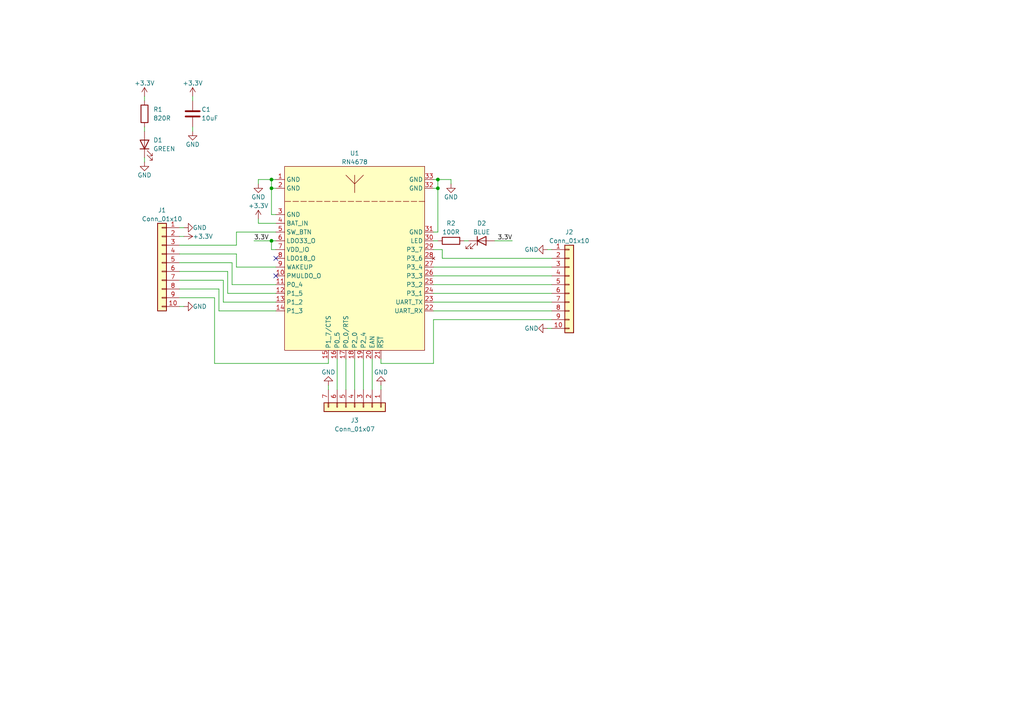
<source format=kicad_sch>
(kicad_sch (version 20230121) (generator eeschema)

  (uuid 540ba83f-3403-4006-b70e-24d5bead24e1)

  (paper "A4")

  (lib_symbols
    (symbol "Bluetooth:RN4678" (in_bom yes) (on_board yes)
      (property "Reference" "U" (at 0 30.48 0)
        (effects (font (size 1.27 1.27)))
      )
      (property "Value" "RN4678" (at 0 27.94 0)
        (effects (font (size 1.27 1.27)))
      )
      (property "Footprint" "Bluetooth:RN4678" (at 12.7 30.48 0)
        (effects (font (size 1.27 1.27)) hide)
      )
      (property "Datasheet" "" (at 12.7 30.48 0)
        (effects (font (size 1.27 1.27)) hide)
      )
      (symbol "RN4678_0_1"
        (polyline
          (pts
            (xy 0 19.05)
            (xy 0 24.13)
          )
          (stroke (width 0) (type default))
          (fill (type none))
        )
        (polyline
          (pts
            (xy 2.54 24.13)
            (xy 0 21.59)
            (xy -2.54 24.13)
          )
          (stroke (width 0) (type default))
          (fill (type none))
        )
      )
      (symbol "RN4678_1_1"
        (rectangle (start -20.32 26.67) (end 20.32 -26.67)
          (stroke (width 0) (type default))
          (fill (type background))
        )
        (polyline
          (pts
            (xy 20.32 16.51)
            (xy -20.32 16.51)
          )
          (stroke (width 0) (type dash))
          (fill (type none))
        )
        (pin power_in line (at -22.86 22.86 0) (length 2.54)
          (name "GND" (effects (font (size 1.27 1.27))))
          (number "1" (effects (font (size 1.27 1.27))))
        )
        (pin power_out line (at -22.86 -5.08 0) (length 2.54)
          (name "PMULDO_O" (effects (font (size 1.27 1.27))))
          (number "10" (effects (font (size 1.27 1.27))))
        )
        (pin output line (at -22.86 -7.62 0) (length 2.54)
          (name "P0_4" (effects (font (size 1.27 1.27))))
          (number "11" (effects (font (size 1.27 1.27))))
        )
        (pin output line (at -22.86 -10.16 0) (length 2.54)
          (name "P1_5" (effects (font (size 1.27 1.27))))
          (number "12" (effects (font (size 1.27 1.27))))
        )
        (pin output line (at -22.86 -12.7 0) (length 2.54)
          (name "P1_2" (effects (font (size 1.27 1.27))))
          (number "13" (effects (font (size 1.27 1.27))))
        )
        (pin bidirectional line (at -22.86 -15.24 0) (length 2.54)
          (name "P1_3" (effects (font (size 1.27 1.27))))
          (number "14" (effects (font (size 1.27 1.27))))
        )
        (pin bidirectional line (at -7.62 -29.21 90) (length 2.54)
          (name "P1_7/CTS" (effects (font (size 1.27 1.27))))
          (number "15" (effects (font (size 1.27 1.27))))
        )
        (pin bidirectional line (at -5.08 -29.21 90) (length 2.54)
          (name "P0_5" (effects (font (size 1.27 1.27))))
          (number "16" (effects (font (size 1.27 1.27))))
        )
        (pin bidirectional line (at -2.54 -29.21 90) (length 2.54)
          (name "P0_0/RTS" (effects (font (size 1.27 1.27))))
          (number "17" (effects (font (size 1.27 1.27))))
        )
        (pin input line (at 0 -29.21 90) (length 2.54)
          (name "P2_0" (effects (font (size 1.27 1.27))))
          (number "18" (effects (font (size 1.27 1.27))))
        )
        (pin input line (at 2.54 -29.21 90) (length 2.54)
          (name "P2_4" (effects (font (size 1.27 1.27))))
          (number "19" (effects (font (size 1.27 1.27))))
        )
        (pin power_in line (at -22.86 20.32 0) (length 2.54)
          (name "GND" (effects (font (size 1.27 1.27))))
          (number "2" (effects (font (size 1.27 1.27))))
        )
        (pin input line (at 5.08 -29.21 90) (length 2.54)
          (name "EAN" (effects (font (size 1.27 1.27))))
          (number "20" (effects (font (size 1.27 1.27))))
        )
        (pin input line (at 7.62 -29.21 90) (length 2.54)
          (name "~{RST}" (effects (font (size 1.27 1.27))))
          (number "21" (effects (font (size 1.27 1.27))))
        )
        (pin input line (at 22.86 -15.24 180) (length 2.54)
          (name "UART_RX" (effects (font (size 1.27 1.27))))
          (number "22" (effects (font (size 1.27 1.27))))
        )
        (pin output line (at 22.86 -12.7 180) (length 2.54)
          (name "UART_TX" (effects (font (size 1.27 1.27))))
          (number "23" (effects (font (size 1.27 1.27))))
        )
        (pin bidirectional line (at 22.86 -10.16 180) (length 2.54)
          (name "P3_1" (effects (font (size 1.27 1.27))))
          (number "24" (effects (font (size 1.27 1.27))))
        )
        (pin bidirectional line (at 22.86 -7.62 180) (length 2.54)
          (name "P3_2" (effects (font (size 1.27 1.27))))
          (number "25" (effects (font (size 1.27 1.27))))
        )
        (pin bidirectional line (at 22.86 -5.08 180) (length 2.54)
          (name "P3_3" (effects (font (size 1.27 1.27))))
          (number "26" (effects (font (size 1.27 1.27))))
        )
        (pin bidirectional line (at 22.86 -2.54 180) (length 2.54)
          (name "P3_4" (effects (font (size 1.27 1.27))))
          (number "27" (effects (font (size 1.27 1.27))))
        )
        (pin no_connect line (at 22.86 0 180) (length 2.54)
          (name "P3_6" (effects (font (size 1.27 1.27))))
          (number "28" (effects (font (size 1.27 1.27))))
        )
        (pin bidirectional line (at 22.86 2.54 180) (length 2.54)
          (name "P3_7" (effects (font (size 1.27 1.27))))
          (number "29" (effects (font (size 1.27 1.27))))
        )
        (pin power_in line (at -22.86 12.7 0) (length 2.54)
          (name "GND" (effects (font (size 1.27 1.27))))
          (number "3" (effects (font (size 1.27 1.27))))
        )
        (pin output line (at 22.86 5.08 180) (length 2.54)
          (name "LED" (effects (font (size 1.27 1.27))))
          (number "30" (effects (font (size 1.27 1.27))))
        )
        (pin power_in line (at 22.86 7.62 180) (length 2.54)
          (name "GND" (effects (font (size 1.27 1.27))))
          (number "31" (effects (font (size 1.27 1.27))))
        )
        (pin power_in line (at 22.86 20.32 180) (length 2.54)
          (name "GND" (effects (font (size 1.27 1.27))))
          (number "32" (effects (font (size 1.27 1.27))))
        )
        (pin power_in line (at 22.86 22.86 180) (length 2.54)
          (name "GND" (effects (font (size 1.27 1.27))))
          (number "33" (effects (font (size 1.27 1.27))))
        )
        (pin power_in line (at -22.86 10.16 0) (length 2.54)
          (name "BAT_IN" (effects (font (size 1.27 1.27))))
          (number "4" (effects (font (size 1.27 1.27))))
        )
        (pin input line (at -22.86 7.62 0) (length 2.54)
          (name "SW_BTN" (effects (font (size 1.27 1.27))))
          (number "5" (effects (font (size 1.27 1.27))))
        )
        (pin power_out line (at -22.86 5.08 0) (length 2.54)
          (name "LDO33_O" (effects (font (size 1.27 1.27))))
          (number "6" (effects (font (size 1.27 1.27))))
        )
        (pin power_in line (at -22.86 2.54 0) (length 2.54)
          (name "VDD_IO" (effects (font (size 1.27 1.27))))
          (number "7" (effects (font (size 1.27 1.27))))
        )
        (pin power_out line (at -22.86 0 0) (length 2.54)
          (name "LDO18_O" (effects (font (size 1.27 1.27))))
          (number "8" (effects (font (size 1.27 1.27))))
        )
        (pin input line (at -22.86 -2.54 0) (length 2.54)
          (name "WAKEUP" (effects (font (size 1.27 1.27))))
          (number "9" (effects (font (size 1.27 1.27))))
        )
      )
    )
    (symbol "Connector_Generic:Conn_01x07" (pin_names (offset 1.016) hide) (in_bom yes) (on_board yes)
      (property "Reference" "J" (at 0 10.16 0)
        (effects (font (size 1.27 1.27)))
      )
      (property "Value" "Conn_01x07" (at 0 -10.16 0)
        (effects (font (size 1.27 1.27)))
      )
      (property "Footprint" "" (at 0 0 0)
        (effects (font (size 1.27 1.27)) hide)
      )
      (property "Datasheet" "~" (at 0 0 0)
        (effects (font (size 1.27 1.27)) hide)
      )
      (property "ki_keywords" "connector" (at 0 0 0)
        (effects (font (size 1.27 1.27)) hide)
      )
      (property "ki_description" "Generic connector, single row, 01x07, script generated (kicad-library-utils/schlib/autogen/connector/)" (at 0 0 0)
        (effects (font (size 1.27 1.27)) hide)
      )
      (property "ki_fp_filters" "Connector*:*_1x??_*" (at 0 0 0)
        (effects (font (size 1.27 1.27)) hide)
      )
      (symbol "Conn_01x07_1_1"
        (rectangle (start -1.27 -7.493) (end 0 -7.747)
          (stroke (width 0.1524) (type default))
          (fill (type none))
        )
        (rectangle (start -1.27 -4.953) (end 0 -5.207)
          (stroke (width 0.1524) (type default))
          (fill (type none))
        )
        (rectangle (start -1.27 -2.413) (end 0 -2.667)
          (stroke (width 0.1524) (type default))
          (fill (type none))
        )
        (rectangle (start -1.27 0.127) (end 0 -0.127)
          (stroke (width 0.1524) (type default))
          (fill (type none))
        )
        (rectangle (start -1.27 2.667) (end 0 2.413)
          (stroke (width 0.1524) (type default))
          (fill (type none))
        )
        (rectangle (start -1.27 5.207) (end 0 4.953)
          (stroke (width 0.1524) (type default))
          (fill (type none))
        )
        (rectangle (start -1.27 7.747) (end 0 7.493)
          (stroke (width 0.1524) (type default))
          (fill (type none))
        )
        (rectangle (start -1.27 8.89) (end 1.27 -8.89)
          (stroke (width 0.254) (type default))
          (fill (type background))
        )
        (pin passive line (at -5.08 7.62 0) (length 3.81)
          (name "Pin_1" (effects (font (size 1.27 1.27))))
          (number "1" (effects (font (size 1.27 1.27))))
        )
        (pin passive line (at -5.08 5.08 0) (length 3.81)
          (name "Pin_2" (effects (font (size 1.27 1.27))))
          (number "2" (effects (font (size 1.27 1.27))))
        )
        (pin passive line (at -5.08 2.54 0) (length 3.81)
          (name "Pin_3" (effects (font (size 1.27 1.27))))
          (number "3" (effects (font (size 1.27 1.27))))
        )
        (pin passive line (at -5.08 0 0) (length 3.81)
          (name "Pin_4" (effects (font (size 1.27 1.27))))
          (number "4" (effects (font (size 1.27 1.27))))
        )
        (pin passive line (at -5.08 -2.54 0) (length 3.81)
          (name "Pin_5" (effects (font (size 1.27 1.27))))
          (number "5" (effects (font (size 1.27 1.27))))
        )
        (pin passive line (at -5.08 -5.08 0) (length 3.81)
          (name "Pin_6" (effects (font (size 1.27 1.27))))
          (number "6" (effects (font (size 1.27 1.27))))
        )
        (pin passive line (at -5.08 -7.62 0) (length 3.81)
          (name "Pin_7" (effects (font (size 1.27 1.27))))
          (number "7" (effects (font (size 1.27 1.27))))
        )
      )
    )
    (symbol "Connector_Generic:Conn_01x10" (pin_names (offset 1.016) hide) (in_bom yes) (on_board yes)
      (property "Reference" "J" (at 0 12.7 0)
        (effects (font (size 1.27 1.27)))
      )
      (property "Value" "Conn_01x10" (at 0 -15.24 0)
        (effects (font (size 1.27 1.27)))
      )
      (property "Footprint" "" (at 0 0 0)
        (effects (font (size 1.27 1.27)) hide)
      )
      (property "Datasheet" "~" (at 0 0 0)
        (effects (font (size 1.27 1.27)) hide)
      )
      (property "ki_keywords" "connector" (at 0 0 0)
        (effects (font (size 1.27 1.27)) hide)
      )
      (property "ki_description" "Generic connector, single row, 01x10, script generated (kicad-library-utils/schlib/autogen/connector/)" (at 0 0 0)
        (effects (font (size 1.27 1.27)) hide)
      )
      (property "ki_fp_filters" "Connector*:*_1x??_*" (at 0 0 0)
        (effects (font (size 1.27 1.27)) hide)
      )
      (symbol "Conn_01x10_1_1"
        (rectangle (start -1.27 -12.573) (end 0 -12.827)
          (stroke (width 0.1524) (type default))
          (fill (type none))
        )
        (rectangle (start -1.27 -10.033) (end 0 -10.287)
          (stroke (width 0.1524) (type default))
          (fill (type none))
        )
        (rectangle (start -1.27 -7.493) (end 0 -7.747)
          (stroke (width 0.1524) (type default))
          (fill (type none))
        )
        (rectangle (start -1.27 -4.953) (end 0 -5.207)
          (stroke (width 0.1524) (type default))
          (fill (type none))
        )
        (rectangle (start -1.27 -2.413) (end 0 -2.667)
          (stroke (width 0.1524) (type default))
          (fill (type none))
        )
        (rectangle (start -1.27 0.127) (end 0 -0.127)
          (stroke (width 0.1524) (type default))
          (fill (type none))
        )
        (rectangle (start -1.27 2.667) (end 0 2.413)
          (stroke (width 0.1524) (type default))
          (fill (type none))
        )
        (rectangle (start -1.27 5.207) (end 0 4.953)
          (stroke (width 0.1524) (type default))
          (fill (type none))
        )
        (rectangle (start -1.27 7.747) (end 0 7.493)
          (stroke (width 0.1524) (type default))
          (fill (type none))
        )
        (rectangle (start -1.27 10.287) (end 0 10.033)
          (stroke (width 0.1524) (type default))
          (fill (type none))
        )
        (rectangle (start -1.27 11.43) (end 1.27 -13.97)
          (stroke (width 0.254) (type default))
          (fill (type background))
        )
        (pin passive line (at -5.08 10.16 0) (length 3.81)
          (name "Pin_1" (effects (font (size 1.27 1.27))))
          (number "1" (effects (font (size 1.27 1.27))))
        )
        (pin passive line (at -5.08 -12.7 0) (length 3.81)
          (name "Pin_10" (effects (font (size 1.27 1.27))))
          (number "10" (effects (font (size 1.27 1.27))))
        )
        (pin passive line (at -5.08 7.62 0) (length 3.81)
          (name "Pin_2" (effects (font (size 1.27 1.27))))
          (number "2" (effects (font (size 1.27 1.27))))
        )
        (pin passive line (at -5.08 5.08 0) (length 3.81)
          (name "Pin_3" (effects (font (size 1.27 1.27))))
          (number "3" (effects (font (size 1.27 1.27))))
        )
        (pin passive line (at -5.08 2.54 0) (length 3.81)
          (name "Pin_4" (effects (font (size 1.27 1.27))))
          (number "4" (effects (font (size 1.27 1.27))))
        )
        (pin passive line (at -5.08 0 0) (length 3.81)
          (name "Pin_5" (effects (font (size 1.27 1.27))))
          (number "5" (effects (font (size 1.27 1.27))))
        )
        (pin passive line (at -5.08 -2.54 0) (length 3.81)
          (name "Pin_6" (effects (font (size 1.27 1.27))))
          (number "6" (effects (font (size 1.27 1.27))))
        )
        (pin passive line (at -5.08 -5.08 0) (length 3.81)
          (name "Pin_7" (effects (font (size 1.27 1.27))))
          (number "7" (effects (font (size 1.27 1.27))))
        )
        (pin passive line (at -5.08 -7.62 0) (length 3.81)
          (name "Pin_8" (effects (font (size 1.27 1.27))))
          (number "8" (effects (font (size 1.27 1.27))))
        )
        (pin passive line (at -5.08 -10.16 0) (length 3.81)
          (name "Pin_9" (effects (font (size 1.27 1.27))))
          (number "9" (effects (font (size 1.27 1.27))))
        )
      )
    )
    (symbol "Device:C" (pin_numbers hide) (pin_names (offset 0.254)) (in_bom yes) (on_board yes)
      (property "Reference" "C" (at 0.635 2.54 0)
        (effects (font (size 1.27 1.27)) (justify left))
      )
      (property "Value" "C" (at 0.635 -2.54 0)
        (effects (font (size 1.27 1.27)) (justify left))
      )
      (property "Footprint" "" (at 0.9652 -3.81 0)
        (effects (font (size 1.27 1.27)) hide)
      )
      (property "Datasheet" "~" (at 0 0 0)
        (effects (font (size 1.27 1.27)) hide)
      )
      (property "ki_keywords" "cap capacitor" (at 0 0 0)
        (effects (font (size 1.27 1.27)) hide)
      )
      (property "ki_description" "Unpolarized capacitor" (at 0 0 0)
        (effects (font (size 1.27 1.27)) hide)
      )
      (property "ki_fp_filters" "C_*" (at 0 0 0)
        (effects (font (size 1.27 1.27)) hide)
      )
      (symbol "C_0_1"
        (polyline
          (pts
            (xy -2.032 -0.762)
            (xy 2.032 -0.762)
          )
          (stroke (width 0.508) (type default))
          (fill (type none))
        )
        (polyline
          (pts
            (xy -2.032 0.762)
            (xy 2.032 0.762)
          )
          (stroke (width 0.508) (type default))
          (fill (type none))
        )
      )
      (symbol "C_1_1"
        (pin passive line (at 0 3.81 270) (length 2.794)
          (name "~" (effects (font (size 1.27 1.27))))
          (number "1" (effects (font (size 1.27 1.27))))
        )
        (pin passive line (at 0 -3.81 90) (length 2.794)
          (name "~" (effects (font (size 1.27 1.27))))
          (number "2" (effects (font (size 1.27 1.27))))
        )
      )
    )
    (symbol "Device:LED" (pin_numbers hide) (pin_names (offset 1.016) hide) (in_bom yes) (on_board yes)
      (property "Reference" "D" (at 0 2.54 0)
        (effects (font (size 1.27 1.27)))
      )
      (property "Value" "LED" (at 0 -2.54 0)
        (effects (font (size 1.27 1.27)))
      )
      (property "Footprint" "" (at 0 0 0)
        (effects (font (size 1.27 1.27)) hide)
      )
      (property "Datasheet" "~" (at 0 0 0)
        (effects (font (size 1.27 1.27)) hide)
      )
      (property "ki_keywords" "LED diode" (at 0 0 0)
        (effects (font (size 1.27 1.27)) hide)
      )
      (property "ki_description" "Light emitting diode" (at 0 0 0)
        (effects (font (size 1.27 1.27)) hide)
      )
      (property "ki_fp_filters" "LED* LED_SMD:* LED_THT:*" (at 0 0 0)
        (effects (font (size 1.27 1.27)) hide)
      )
      (symbol "LED_0_1"
        (polyline
          (pts
            (xy -1.27 -1.27)
            (xy -1.27 1.27)
          )
          (stroke (width 0.254) (type default))
          (fill (type none))
        )
        (polyline
          (pts
            (xy -1.27 0)
            (xy 1.27 0)
          )
          (stroke (width 0) (type default))
          (fill (type none))
        )
        (polyline
          (pts
            (xy 1.27 -1.27)
            (xy 1.27 1.27)
            (xy -1.27 0)
            (xy 1.27 -1.27)
          )
          (stroke (width 0.254) (type default))
          (fill (type none))
        )
        (polyline
          (pts
            (xy -3.048 -0.762)
            (xy -4.572 -2.286)
            (xy -3.81 -2.286)
            (xy -4.572 -2.286)
            (xy -4.572 -1.524)
          )
          (stroke (width 0) (type default))
          (fill (type none))
        )
        (polyline
          (pts
            (xy -1.778 -0.762)
            (xy -3.302 -2.286)
            (xy -2.54 -2.286)
            (xy -3.302 -2.286)
            (xy -3.302 -1.524)
          )
          (stroke (width 0) (type default))
          (fill (type none))
        )
      )
      (symbol "LED_1_1"
        (pin passive line (at -3.81 0 0) (length 2.54)
          (name "K" (effects (font (size 1.27 1.27))))
          (number "1" (effects (font (size 1.27 1.27))))
        )
        (pin passive line (at 3.81 0 180) (length 2.54)
          (name "A" (effects (font (size 1.27 1.27))))
          (number "2" (effects (font (size 1.27 1.27))))
        )
      )
    )
    (symbol "Device:R" (pin_numbers hide) (pin_names (offset 0)) (in_bom yes) (on_board yes)
      (property "Reference" "R" (at 2.032 0 90)
        (effects (font (size 1.27 1.27)))
      )
      (property "Value" "R" (at 0 0 90)
        (effects (font (size 1.27 1.27)))
      )
      (property "Footprint" "" (at -1.778 0 90)
        (effects (font (size 1.27 1.27)) hide)
      )
      (property "Datasheet" "~" (at 0 0 0)
        (effects (font (size 1.27 1.27)) hide)
      )
      (property "ki_keywords" "R res resistor" (at 0 0 0)
        (effects (font (size 1.27 1.27)) hide)
      )
      (property "ki_description" "Resistor" (at 0 0 0)
        (effects (font (size 1.27 1.27)) hide)
      )
      (property "ki_fp_filters" "R_*" (at 0 0 0)
        (effects (font (size 1.27 1.27)) hide)
      )
      (symbol "R_0_1"
        (rectangle (start -1.016 -2.54) (end 1.016 2.54)
          (stroke (width 0.254) (type default))
          (fill (type none))
        )
      )
      (symbol "R_1_1"
        (pin passive line (at 0 3.81 270) (length 1.27)
          (name "~" (effects (font (size 1.27 1.27))))
          (number "1" (effects (font (size 1.27 1.27))))
        )
        (pin passive line (at 0 -3.81 90) (length 1.27)
          (name "~" (effects (font (size 1.27 1.27))))
          (number "2" (effects (font (size 1.27 1.27))))
        )
      )
    )
    (symbol "power:+3.3V" (power) (pin_names (offset 0)) (in_bom yes) (on_board yes)
      (property "Reference" "#PWR" (at 0 -3.81 0)
        (effects (font (size 1.27 1.27)) hide)
      )
      (property "Value" "+3.3V" (at 0 3.556 0)
        (effects (font (size 1.27 1.27)))
      )
      (property "Footprint" "" (at 0 0 0)
        (effects (font (size 1.27 1.27)) hide)
      )
      (property "Datasheet" "" (at 0 0 0)
        (effects (font (size 1.27 1.27)) hide)
      )
      (property "ki_keywords" "global power" (at 0 0 0)
        (effects (font (size 1.27 1.27)) hide)
      )
      (property "ki_description" "Power symbol creates a global label with name \"+3.3V\"" (at 0 0 0)
        (effects (font (size 1.27 1.27)) hide)
      )
      (symbol "+3.3V_0_1"
        (polyline
          (pts
            (xy -0.762 1.27)
            (xy 0 2.54)
          )
          (stroke (width 0) (type default))
          (fill (type none))
        )
        (polyline
          (pts
            (xy 0 0)
            (xy 0 2.54)
          )
          (stroke (width 0) (type default))
          (fill (type none))
        )
        (polyline
          (pts
            (xy 0 2.54)
            (xy 0.762 1.27)
          )
          (stroke (width 0) (type default))
          (fill (type none))
        )
      )
      (symbol "+3.3V_1_1"
        (pin power_in line (at 0 0 90) (length 0) hide
          (name "+3.3V" (effects (font (size 1.27 1.27))))
          (number "1" (effects (font (size 1.27 1.27))))
        )
      )
    )
    (symbol "power:GND" (power) (pin_names (offset 0)) (in_bom yes) (on_board yes)
      (property "Reference" "#PWR" (at 0 -6.35 0)
        (effects (font (size 1.27 1.27)) hide)
      )
      (property "Value" "GND" (at 0 -3.81 0)
        (effects (font (size 1.27 1.27)))
      )
      (property "Footprint" "" (at 0 0 0)
        (effects (font (size 1.27 1.27)) hide)
      )
      (property "Datasheet" "" (at 0 0 0)
        (effects (font (size 1.27 1.27)) hide)
      )
      (property "ki_keywords" "global power" (at 0 0 0)
        (effects (font (size 1.27 1.27)) hide)
      )
      (property "ki_description" "Power symbol creates a global label with name \"GND\" , ground" (at 0 0 0)
        (effects (font (size 1.27 1.27)) hide)
      )
      (symbol "GND_0_1"
        (polyline
          (pts
            (xy 0 0)
            (xy 0 -1.27)
            (xy 1.27 -1.27)
            (xy 0 -2.54)
            (xy -1.27 -1.27)
            (xy 0 -1.27)
          )
          (stroke (width 0) (type default))
          (fill (type none))
        )
      )
      (symbol "GND_1_1"
        (pin power_in line (at 0 0 270) (length 0) hide
          (name "GND" (effects (font (size 1.27 1.27))))
          (number "1" (effects (font (size 1.27 1.27))))
        )
      )
    )
  )

  (junction (at 78.74 54.61) (diameter 0) (color 0 0 0 0)
    (uuid 292fb3fd-4854-4f11-9562-e069e75a0481)
  )
  (junction (at 78.74 52.07) (diameter 0) (color 0 0 0 0)
    (uuid 29d74a63-040f-4529-825a-7768b43e75be)
  )
  (junction (at 127 54.61) (diameter 0) (color 0 0 0 0)
    (uuid 49738983-2f8a-4b14-8aed-8f3c67c7b91b)
  )
  (junction (at 127 52.07) (diameter 0) (color 0 0 0 0)
    (uuid 4e8ce099-521a-458b-9de9-816a26a4e0d9)
  )
  (junction (at 78.74 69.85) (diameter 0) (color 0 0 0 0)
    (uuid 8884ae1c-0f27-4f9d-a31a-6778db9e55e5)
  )

  (no_connect (at 80.01 80.01) (uuid 9776f761-6170-45e4-85af-c304b7e1ad86))
  (no_connect (at 80.01 74.93) (uuid cbf28b63-4a48-4870-8447-71a34866e211))

  (wire (pts (xy 67.31 82.55) (xy 80.01 82.55))
    (stroke (width 0) (type default))
    (uuid 091d384d-c167-4ad7-b5ad-01b6e97cf542)
  )
  (wire (pts (xy 80.01 72.39) (xy 78.74 72.39))
    (stroke (width 0) (type default))
    (uuid 0c3397e0-74da-44b9-92df-d78c5ed195d4)
  )
  (wire (pts (xy 125.73 69.85) (xy 127 69.85))
    (stroke (width 0) (type default))
    (uuid 0cf80c2d-8724-43ca-8214-ea36f4e2cea0)
  )
  (wire (pts (xy 128.27 72.39) (xy 128.27 74.93))
    (stroke (width 0) (type default))
    (uuid 0e204a9e-e7f2-41ed-8998-9106fd255778)
  )
  (wire (pts (xy 63.5 90.17) (xy 80.01 90.17))
    (stroke (width 0) (type default))
    (uuid 103f6245-8ba9-475c-b669-3ba288ab909d)
  )
  (wire (pts (xy 78.74 72.39) (xy 78.74 69.85))
    (stroke (width 0) (type default))
    (uuid 17164d68-4c85-4909-bdcc-6de5f3d9bc8a)
  )
  (wire (pts (xy 125.73 82.55) (xy 160.02 82.55))
    (stroke (width 0) (type default))
    (uuid 19aa1acc-621d-4099-90da-045d0da6071c)
  )
  (wire (pts (xy 67.31 76.2) (xy 67.31 82.55))
    (stroke (width 0) (type default))
    (uuid 19dd4d72-ab19-495d-9b38-2fc12f92135e)
  )
  (wire (pts (xy 134.62 69.85) (xy 135.89 69.85))
    (stroke (width 0) (type default))
    (uuid 1e985140-b765-4d20-a45b-b463ccc3f19f)
  )
  (wire (pts (xy 100.33 104.14) (xy 100.33 113.03))
    (stroke (width 0) (type default))
    (uuid 209fc1f6-cf26-42e1-9ad4-2f6b1f1285f2)
  )
  (wire (pts (xy 74.93 63.5) (xy 74.93 64.77))
    (stroke (width 0) (type default))
    (uuid 271ff3cf-accd-4f27-aba5-9af2437b1d54)
  )
  (wire (pts (xy 128.27 74.93) (xy 160.02 74.93))
    (stroke (width 0) (type default))
    (uuid 29436c6c-b9b0-4e10-b473-c3f05b7e1b50)
  )
  (wire (pts (xy 52.07 66.04) (xy 53.34 66.04))
    (stroke (width 0) (type default))
    (uuid 2f670030-ea52-4f1e-8e70-634483aa5d7a)
  )
  (wire (pts (xy 66.04 78.74) (xy 66.04 85.09))
    (stroke (width 0) (type default))
    (uuid 321ecb48-7dfd-4d7c-aa9a-be8fcf51629f)
  )
  (wire (pts (xy 74.93 52.07) (xy 78.74 52.07))
    (stroke (width 0) (type default))
    (uuid 32a6913e-bb53-4eaf-af6c-f3b3b649b594)
  )
  (wire (pts (xy 158.75 72.39) (xy 160.02 72.39))
    (stroke (width 0) (type default))
    (uuid 368aa79b-47e1-4bae-9ff1-bf633bbfcbeb)
  )
  (wire (pts (xy 125.73 85.09) (xy 160.02 85.09))
    (stroke (width 0) (type default))
    (uuid 38ef5325-5560-4859-8901-5f2b07f324f0)
  )
  (wire (pts (xy 68.58 73.66) (xy 68.58 77.47))
    (stroke (width 0) (type default))
    (uuid 3b636143-df15-4c1a-98d8-a874733f9257)
  )
  (wire (pts (xy 52.07 68.58) (xy 53.34 68.58))
    (stroke (width 0) (type default))
    (uuid 3d4df2e1-b4bb-49d0-9c1c-a648fad6cc02)
  )
  (wire (pts (xy 78.74 54.61) (xy 78.74 62.23))
    (stroke (width 0) (type default))
    (uuid 3ea0e776-0854-4dd7-9765-82f412ee8c5a)
  )
  (wire (pts (xy 74.93 64.77) (xy 80.01 64.77))
    (stroke (width 0) (type default))
    (uuid 41706e96-6e03-4fcc-b9ef-981277172d68)
  )
  (wire (pts (xy 55.88 36.83) (xy 55.88 38.1))
    (stroke (width 0) (type default))
    (uuid 43cbfb4d-86c6-405a-a2ab-046c9fed6205)
  )
  (wire (pts (xy 41.91 36.83) (xy 41.91 38.1))
    (stroke (width 0) (type default))
    (uuid 47cc4628-3a7b-4140-b412-dc19a775d03c)
  )
  (wire (pts (xy 62.23 86.36) (xy 62.23 105.41))
    (stroke (width 0) (type default))
    (uuid 48735d41-234d-4db4-80c0-f3180863f782)
  )
  (wire (pts (xy 52.07 76.2) (xy 67.31 76.2))
    (stroke (width 0) (type default))
    (uuid 560b951b-81e4-4316-abf6-b080cb4a5eec)
  )
  (wire (pts (xy 52.07 86.36) (xy 62.23 86.36))
    (stroke (width 0) (type default))
    (uuid 56705489-f9bb-4987-b4c7-a752f2bf7a8a)
  )
  (wire (pts (xy 78.74 52.07) (xy 78.74 54.61))
    (stroke (width 0) (type default))
    (uuid 570c55f9-e047-4cb8-8e28-5b30a2c3e8cd)
  )
  (wire (pts (xy 64.77 81.28) (xy 52.07 81.28))
    (stroke (width 0) (type default))
    (uuid 5f412e28-faef-43d3-8f93-1cca64249cbc)
  )
  (wire (pts (xy 110.49 111.76) (xy 110.49 113.03))
    (stroke (width 0) (type default))
    (uuid 629a3208-5f68-40a1-b521-de80d6edf5f8)
  )
  (wire (pts (xy 64.77 87.63) (xy 64.77 81.28))
    (stroke (width 0) (type default))
    (uuid 62f6257b-c927-4da2-8873-77164dbe177b)
  )
  (wire (pts (xy 55.88 27.94) (xy 55.88 29.21))
    (stroke (width 0) (type default))
    (uuid 65805d31-305c-4aab-9b93-f0a06b2589cb)
  )
  (wire (pts (xy 110.49 104.14) (xy 110.49 105.41))
    (stroke (width 0) (type default))
    (uuid 678661d6-bea3-4fae-9463-05e23680712b)
  )
  (wire (pts (xy 110.49 105.41) (xy 125.73 105.41))
    (stroke (width 0) (type default))
    (uuid 690436b4-b8f1-448e-b256-521d593e24ad)
  )
  (wire (pts (xy 95.25 104.14) (xy 95.25 105.41))
    (stroke (width 0) (type default))
    (uuid 6cd5cbd6-485d-4fde-863a-bd8f9c4dfc7c)
  )
  (wire (pts (xy 158.75 95.25) (xy 160.02 95.25))
    (stroke (width 0) (type default))
    (uuid 72d35ed6-bbc8-4ae4-903a-c5bfbd578170)
  )
  (wire (pts (xy 127 52.07) (xy 125.73 52.07))
    (stroke (width 0) (type default))
    (uuid 735d7493-a3a5-4119-9e3d-33f3b0074966)
  )
  (wire (pts (xy 102.87 104.14) (xy 102.87 113.03))
    (stroke (width 0) (type default))
    (uuid 741fa248-19b6-4989-806f-108a9eff6f5d)
  )
  (wire (pts (xy 125.73 105.41) (xy 125.73 92.71))
    (stroke (width 0) (type default))
    (uuid 74a4d42d-3d5c-47e8-b32f-9f331c1b009c)
  )
  (wire (pts (xy 52.07 78.74) (xy 66.04 78.74))
    (stroke (width 0) (type default))
    (uuid 76190067-ea9d-4e1b-8965-365d308cb635)
  )
  (wire (pts (xy 52.07 71.12) (xy 68.58 71.12))
    (stroke (width 0) (type default))
    (uuid 82067280-c82e-4f4b-91c9-50de3d3df707)
  )
  (wire (pts (xy 95.25 111.76) (xy 95.25 113.03))
    (stroke (width 0) (type default))
    (uuid 84e79c76-60f5-4bc3-861f-cf4b8863ea1c)
  )
  (wire (pts (xy 63.5 83.82) (xy 63.5 90.17))
    (stroke (width 0) (type default))
    (uuid 89cf5584-1bed-4caf-8e60-eb11b660360b)
  )
  (wire (pts (xy 52.07 83.82) (xy 63.5 83.82))
    (stroke (width 0) (type default))
    (uuid 8c332d65-6e1d-406b-b6ef-ec138f3b8c18)
  )
  (wire (pts (xy 78.74 54.61) (xy 80.01 54.61))
    (stroke (width 0) (type default))
    (uuid 98aefab1-fa67-431b-8c7d-a5f1c51ebc0a)
  )
  (wire (pts (xy 127 54.61) (xy 127 67.31))
    (stroke (width 0) (type default))
    (uuid 998f8f88-291f-4035-b3c6-1f20ac6380c0)
  )
  (wire (pts (xy 125.73 87.63) (xy 160.02 87.63))
    (stroke (width 0) (type default))
    (uuid 9d87fc0c-b59d-47af-9f74-403c7efd3e24)
  )
  (wire (pts (xy 130.81 53.34) (xy 130.81 52.07))
    (stroke (width 0) (type default))
    (uuid a61b9a38-1940-41fe-a12d-281a92978e1d)
  )
  (wire (pts (xy 62.23 105.41) (xy 95.25 105.41))
    (stroke (width 0) (type default))
    (uuid a6581818-a927-486c-9d7d-1f47df2c5893)
  )
  (wire (pts (xy 66.04 85.09) (xy 80.01 85.09))
    (stroke (width 0) (type default))
    (uuid a6ee63d2-8047-4eb2-81d9-4fd156fdabd3)
  )
  (wire (pts (xy 68.58 71.12) (xy 68.58 67.31))
    (stroke (width 0) (type default))
    (uuid a786994e-09e7-4586-8de6-5f276c2584da)
  )
  (wire (pts (xy 143.51 69.85) (xy 148.59 69.85))
    (stroke (width 0) (type default))
    (uuid a8278daf-84f2-4279-a17f-fbc01dc82ac4)
  )
  (wire (pts (xy 52.07 88.9) (xy 53.34 88.9))
    (stroke (width 0) (type default))
    (uuid a9ef1bbb-caca-4b07-b09a-b37c981a3983)
  )
  (wire (pts (xy 52.07 73.66) (xy 68.58 73.66))
    (stroke (width 0) (type default))
    (uuid b05b9cf4-2179-43f3-ae65-b408511bea22)
  )
  (wire (pts (xy 125.73 92.71) (xy 160.02 92.71))
    (stroke (width 0) (type default))
    (uuid b07209cf-7c5b-4f42-a633-c33aca6387a8)
  )
  (wire (pts (xy 41.91 27.94) (xy 41.91 29.21))
    (stroke (width 0) (type default))
    (uuid be1ab143-a08b-47c5-b1a8-db1302465360)
  )
  (wire (pts (xy 125.73 72.39) (xy 128.27 72.39))
    (stroke (width 0) (type default))
    (uuid c481e591-0cb4-45d0-9ae7-6b093b060d14)
  )
  (wire (pts (xy 41.91 45.72) (xy 41.91 46.99))
    (stroke (width 0) (type default))
    (uuid c990caf8-e24b-4f8a-babf-ef5b7fd0709f)
  )
  (wire (pts (xy 68.58 67.31) (xy 80.01 67.31))
    (stroke (width 0) (type default))
    (uuid cda7673b-0feb-4d5b-b6dc-f79bb98ea50b)
  )
  (wire (pts (xy 73.66 69.85) (xy 78.74 69.85))
    (stroke (width 0) (type default))
    (uuid d3f10073-6181-4e56-90ec-d273b8ab141a)
  )
  (wire (pts (xy 97.79 104.14) (xy 97.79 113.03))
    (stroke (width 0) (type default))
    (uuid d4877692-b692-4263-8479-85cbfa2bbf97)
  )
  (wire (pts (xy 78.74 52.07) (xy 80.01 52.07))
    (stroke (width 0) (type default))
    (uuid d566980f-fd37-4671-a055-e56181517263)
  )
  (wire (pts (xy 78.74 69.85) (xy 80.01 69.85))
    (stroke (width 0) (type default))
    (uuid d6b4bca4-52e8-41c2-beb5-c465a009f9a9)
  )
  (wire (pts (xy 127 52.07) (xy 127 54.61))
    (stroke (width 0) (type default))
    (uuid d8a8fdbf-b8dc-404f-bde2-5b932834afd7)
  )
  (wire (pts (xy 78.74 62.23) (xy 80.01 62.23))
    (stroke (width 0) (type default))
    (uuid db53957c-4d9a-4a60-b110-e60c606754cf)
  )
  (wire (pts (xy 105.41 104.14) (xy 105.41 113.03))
    (stroke (width 0) (type default))
    (uuid e0591af1-6980-4bc9-ad0e-361e766dd9c6)
  )
  (wire (pts (xy 125.73 80.01) (xy 160.02 80.01))
    (stroke (width 0) (type default))
    (uuid e60c0b3f-3faf-4b14-9235-4e0a1abb0220)
  )
  (wire (pts (xy 127 67.31) (xy 125.73 67.31))
    (stroke (width 0) (type default))
    (uuid e6852e4a-46a1-40ae-8f61-73f6c264758c)
  )
  (wire (pts (xy 107.95 104.14) (xy 107.95 113.03))
    (stroke (width 0) (type default))
    (uuid e85bd690-e788-4131-a368-f6d7738d777a)
  )
  (wire (pts (xy 125.73 54.61) (xy 127 54.61))
    (stroke (width 0) (type default))
    (uuid ee113744-1d07-400c-9e0b-065bbbe526ff)
  )
  (wire (pts (xy 74.93 53.34) (xy 74.93 52.07))
    (stroke (width 0) (type default))
    (uuid f449c852-4a6b-4da3-9894-c170f702f9ff)
  )
  (wire (pts (xy 125.73 90.17) (xy 160.02 90.17))
    (stroke (width 0) (type default))
    (uuid f5ab26df-d1fb-491c-9b3a-40caa10dc22c)
  )
  (wire (pts (xy 68.58 77.47) (xy 80.01 77.47))
    (stroke (width 0) (type default))
    (uuid fa13e4a2-b519-4cae-8df9-0df598e2adbf)
  )
  (wire (pts (xy 80.01 87.63) (xy 64.77 87.63))
    (stroke (width 0) (type default))
    (uuid fb1df6cc-8bd2-4e53-933b-f53a1248743f)
  )
  (wire (pts (xy 125.73 77.47) (xy 160.02 77.47))
    (stroke (width 0) (type default))
    (uuid fedd114c-aff2-42c2-9cc8-28f10b16b4f8)
  )
  (wire (pts (xy 130.81 52.07) (xy 127 52.07))
    (stroke (width 0) (type default))
    (uuid ff242180-33c0-4225-8991-535443083b28)
  )

  (label "3.3V" (at 148.59 69.85 180) (fields_autoplaced)
    (effects (font (size 1.27 1.27)) (justify right bottom))
    (uuid 6614512c-9f01-472c-8388-fe660ab8ca16)
  )
  (label "3.3V" (at 73.66 69.85 0) (fields_autoplaced)
    (effects (font (size 1.27 1.27)) (justify left bottom))
    (uuid c977b517-9d16-4c2f-aa6f-16523b66f663)
  )

  (symbol (lib_id "Connector_Generic:Conn_01x10") (at 46.99 76.2 0) (mirror y) (unit 1)
    (in_bom yes) (on_board yes) (dnp no) (fields_autoplaced)
    (uuid 0404300d-c338-49aa-b6ff-d04e7db95b3a)
    (property "Reference" "J1" (at 46.99 60.96 0)
      (effects (font (size 1.27 1.27)))
    )
    (property "Value" "Conn_01x10" (at 46.99 63.5 0)
      (effects (font (size 1.27 1.27)))
    )
    (property "Footprint" "Connector_PinHeader_2.54mm:PinHeader_1x10_P2.54mm_Vertical" (at 46.99 76.2 0)
      (effects (font (size 1.27 1.27)) hide)
    )
    (property "Datasheet" "~" (at 46.99 76.2 0)
      (effects (font (size 1.27 1.27)) hide)
    )
    (pin "1" (uuid 41dd04bb-4f38-4b79-9137-c870cc1ad214))
    (pin "10" (uuid 2d80f08e-360e-4454-89f7-b2f66f789b8c))
    (pin "2" (uuid 6979c0cd-8eab-430f-9bcf-ea3561fceb41))
    (pin "3" (uuid 32385f2a-42e9-4a0f-9887-595fccd31736))
    (pin "4" (uuid 02f0134e-9267-4891-a268-9ad47884d76d))
    (pin "5" (uuid 9d15293e-ac03-457a-a38f-4fab684bd0e3))
    (pin "6" (uuid ea20c584-7a34-461f-beac-8906f4c9d101))
    (pin "7" (uuid 13f95dff-ec7d-4f32-b68d-5325bb557062))
    (pin "8" (uuid 83de689e-5263-49f3-ad78-dc53f76522fb))
    (pin "9" (uuid 2e4aa284-b86d-4a3b-87a1-542833bc1a4e))
    (instances
      (project "rn4678"
        (path "/540ba83f-3403-4006-b70e-24d5bead24e1"
          (reference "J1") (unit 1)
        )
      )
    )
  )

  (symbol (lib_id "Device:LED") (at 41.91 41.91 90) (unit 1)
    (in_bom yes) (on_board yes) (dnp no)
    (uuid 071cb0d5-9b80-4328-98fd-f8b28ec25bb0)
    (property "Reference" "D1" (at 44.45 40.64 90)
      (effects (font (size 1.27 1.27)) (justify right))
    )
    (property "Value" "GREEN" (at 44.45 43.18 90)
      (effects (font (size 1.27 1.27)) (justify right))
    )
    (property "Footprint" "LED_SMD:LED_0603_1608Metric" (at 41.91 41.91 0)
      (effects (font (size 1.27 1.27)) hide)
    )
    (property "Datasheet" "~" (at 41.91 41.91 0)
      (effects (font (size 1.27 1.27)) hide)
    )
    (pin "1" (uuid 0fc45f86-3620-4f15-86de-649ade2b1154))
    (pin "2" (uuid 5fe9bed6-55b6-4fcd-bb3e-cf378686d6eb))
    (instances
      (project "rn4678"
        (path "/540ba83f-3403-4006-b70e-24d5bead24e1"
          (reference "D1") (unit 1)
        )
      )
    )
  )

  (symbol (lib_id "power:GND") (at 95.25 111.76 180) (unit 1)
    (in_bom yes) (on_board yes) (dnp no)
    (uuid 08097901-5ec6-414c-aac1-7186afa7bd0a)
    (property "Reference" "#PWR013" (at 95.25 105.41 0)
      (effects (font (size 1.27 1.27)) hide)
    )
    (property "Value" "GND" (at 95.25 107.95 0)
      (effects (font (size 1.27 1.27)))
    )
    (property "Footprint" "" (at 95.25 111.76 0)
      (effects (font (size 1.27 1.27)) hide)
    )
    (property "Datasheet" "" (at 95.25 111.76 0)
      (effects (font (size 1.27 1.27)) hide)
    )
    (pin "1" (uuid 29ae903b-0463-4c83-8bce-dfaa2d1fabfd))
    (instances
      (project "rn4678"
        (path "/540ba83f-3403-4006-b70e-24d5bead24e1"
          (reference "#PWR013") (unit 1)
        )
      )
    )
  )

  (symbol (lib_id "Bluetooth:RN4678") (at 102.87 74.93 0) (unit 1)
    (in_bom yes) (on_board yes) (dnp no) (fields_autoplaced)
    (uuid 0b07ee8a-eff1-4bfe-8375-c4f0963e8de4)
    (property "Reference" "U1" (at 102.87 44.45 0)
      (effects (font (size 1.27 1.27)))
    )
    (property "Value" "RN4678" (at 102.87 46.99 0)
      (effects (font (size 1.27 1.27)))
    )
    (property "Footprint" "Bluetooth:RN4678" (at 115.57 44.45 0)
      (effects (font (size 1.27 1.27)) hide)
    )
    (property "Datasheet" "" (at 115.57 44.45 0)
      (effects (font (size 1.27 1.27)) hide)
    )
    (pin "1" (uuid cdc0729c-7575-4385-b45b-5683ebdded73))
    (pin "10" (uuid 2a486c57-812c-406a-8ee0-9e0b5fcb3a2b))
    (pin "11" (uuid 84ca64f7-9ef5-40a6-b53f-7eb8a87854f3))
    (pin "12" (uuid bc734bdd-0c93-4a6f-b140-16ce328c9fd1))
    (pin "13" (uuid 7fc2a0e5-6a33-40f6-b18f-0677881fe566))
    (pin "14" (uuid d835844a-194f-47e8-8636-711062c4921e))
    (pin "15" (uuid de09c317-9c9f-484b-a0a3-108a0c8ac8f2))
    (pin "16" (uuid c2d4a7df-0546-4fdb-bde3-814d6a78835f))
    (pin "17" (uuid 3dcd8641-c060-4689-8aa1-319238ad4cf1))
    (pin "18" (uuid aff569bd-bae4-4ea7-99e0-7c6d43386c60))
    (pin "19" (uuid 40563ec4-501d-45a9-9ac9-c3202d982a22))
    (pin "2" (uuid 279a0074-ccf4-4e93-bd50-34d01944444a))
    (pin "20" (uuid d2e08dbe-fb67-4d3d-9b10-b0d4f794ab53))
    (pin "21" (uuid 33e3f5df-dce5-45c9-845d-43c2c2426bc3))
    (pin "22" (uuid 837cbfcf-f718-4b73-9fb4-922caa349705))
    (pin "23" (uuid 6a09ca0d-c5ba-4c85-915d-4675157ff992))
    (pin "24" (uuid e712b3fc-0421-4e91-a3a2-8324fc79a478))
    (pin "25" (uuid 1efeb992-0bcb-45b8-867e-ee7ee6880466))
    (pin "26" (uuid 8960521c-da04-43fb-92e2-a2adbb653b26))
    (pin "27" (uuid 986d6945-03e1-4ad7-b71b-1408a347b55f))
    (pin "28" (uuid fe14ddc2-a7e3-4603-b48c-fbb426b47f43))
    (pin "29" (uuid ae3a29f8-500a-44ce-9a36-b452488b4dd9))
    (pin "3" (uuid a8ac4d0f-8301-489e-8f4b-9c17e29335e4))
    (pin "30" (uuid 8b4b284b-a4ce-4122-8213-84fd6d288164))
    (pin "31" (uuid 84cf0731-620f-4377-9f94-0d7c83ec5c5d))
    (pin "32" (uuid 7038dd37-eda1-47b9-af6c-505967e85000))
    (pin "33" (uuid d780289d-d3ff-4b90-9ba6-5f5159d46cfb))
    (pin "4" (uuid 0e2f14cf-2355-468c-bedb-2e6fe939569e))
    (pin "5" (uuid 3752616e-654c-46fe-b7ed-6be870465578))
    (pin "6" (uuid fb8548d1-762f-4e1a-a954-513ef5f7fe76))
    (pin "7" (uuid d74c1b9a-8b2c-497c-985d-be4bf272f720))
    (pin "8" (uuid 1a3ad3d8-2f88-4a39-8f6d-68ec839fa6bd))
    (pin "9" (uuid 1f74b200-dd57-406b-bce0-aa5e336bf584))
    (instances
      (project "rn4678"
        (path "/540ba83f-3403-4006-b70e-24d5bead24e1"
          (reference "U1") (unit 1)
        )
      )
    )
  )

  (symbol (lib_id "Device:C") (at 55.88 33.02 0) (unit 1)
    (in_bom yes) (on_board yes) (dnp no)
    (uuid 0e005b90-b343-41d0-95b5-d082a162b26b)
    (property "Reference" "C1" (at 58.42 31.75 0)
      (effects (font (size 1.27 1.27)) (justify left))
    )
    (property "Value" "10uF" (at 58.42 34.29 0)
      (effects (font (size 1.27 1.27)) (justify left))
    )
    (property "Footprint" "Capacitor_SMD:C_1206_3216Metric" (at 56.8452 36.83 0)
      (effects (font (size 1.27 1.27)) hide)
    )
    (property "Datasheet" "~" (at 55.88 33.02 0)
      (effects (font (size 1.27 1.27)) hide)
    )
    (pin "1" (uuid 9b896baa-5533-465e-84d5-588186bd5a3a))
    (pin "2" (uuid 8ba71996-7ce3-4b38-a143-5c52ef4650cb))
    (instances
      (project "rn4678"
        (path "/540ba83f-3403-4006-b70e-24d5bead24e1"
          (reference "C1") (unit 1)
        )
      )
    )
  )

  (symbol (lib_id "power:+3.3V") (at 74.93 63.5 0) (unit 1)
    (in_bom yes) (on_board yes) (dnp no) (fields_autoplaced)
    (uuid 1d4cf0ac-0df9-41ed-b2ef-f1ddb34f4747)
    (property "Reference" "#PWR07" (at 74.93 67.31 0)
      (effects (font (size 1.27 1.27)) hide)
    )
    (property "Value" "+3.3V" (at 74.93 59.69 0)
      (effects (font (size 1.27 1.27)))
    )
    (property "Footprint" "" (at 74.93 63.5 0)
      (effects (font (size 1.27 1.27)) hide)
    )
    (property "Datasheet" "" (at 74.93 63.5 0)
      (effects (font (size 1.27 1.27)) hide)
    )
    (pin "1" (uuid af1bbc96-a610-4727-b540-da32e2e57f00))
    (instances
      (project "rn4678"
        (path "/540ba83f-3403-4006-b70e-24d5bead24e1"
          (reference "#PWR07") (unit 1)
        )
      )
    )
  )

  (symbol (lib_id "power:GND") (at 130.81 53.34 0) (unit 1)
    (in_bom yes) (on_board yes) (dnp no)
    (uuid 2c6c1189-797b-4666-acda-e49865840f46)
    (property "Reference" "#PWR06" (at 130.81 59.69 0)
      (effects (font (size 1.27 1.27)) hide)
    )
    (property "Value" "GND" (at 130.81 57.15 0)
      (effects (font (size 1.27 1.27)))
    )
    (property "Footprint" "" (at 130.81 53.34 0)
      (effects (font (size 1.27 1.27)) hide)
    )
    (property "Datasheet" "" (at 130.81 53.34 0)
      (effects (font (size 1.27 1.27)) hide)
    )
    (pin "1" (uuid aaf768ae-ae36-45d4-8fa3-887196618320))
    (instances
      (project "rn4678"
        (path "/540ba83f-3403-4006-b70e-24d5bead24e1"
          (reference "#PWR06") (unit 1)
        )
      )
    )
  )

  (symbol (lib_id "power:GND") (at 158.75 95.25 270) (unit 1)
    (in_bom yes) (on_board yes) (dnp no)
    (uuid 344e30e5-4512-4455-b7f7-fc34718bfdec)
    (property "Reference" "#PWR012" (at 152.4 95.25 0)
      (effects (font (size 1.27 1.27)) hide)
    )
    (property "Value" "GND" (at 156.21 95.25 90)
      (effects (font (size 1.27 1.27)) (justify right))
    )
    (property "Footprint" "" (at 158.75 95.25 0)
      (effects (font (size 1.27 1.27)) hide)
    )
    (property "Datasheet" "" (at 158.75 95.25 0)
      (effects (font (size 1.27 1.27)) hide)
    )
    (pin "1" (uuid 0fddf6d9-5204-4bb7-b0b3-88289c6b7464))
    (instances
      (project "rn4678"
        (path "/540ba83f-3403-4006-b70e-24d5bead24e1"
          (reference "#PWR012") (unit 1)
        )
      )
    )
  )

  (symbol (lib_id "power:GND") (at 158.75 72.39 270) (unit 1)
    (in_bom yes) (on_board yes) (dnp no)
    (uuid 5b74ecf4-0981-4227-8ec8-64df77ba4700)
    (property "Reference" "#PWR010" (at 152.4 72.39 0)
      (effects (font (size 1.27 1.27)) hide)
    )
    (property "Value" "GND" (at 156.21 72.39 90)
      (effects (font (size 1.27 1.27)) (justify right))
    )
    (property "Footprint" "" (at 158.75 72.39 0)
      (effects (font (size 1.27 1.27)) hide)
    )
    (property "Datasheet" "" (at 158.75 72.39 0)
      (effects (font (size 1.27 1.27)) hide)
    )
    (pin "1" (uuid 32d32882-1a56-4224-8288-5eb91c7b96a1))
    (instances
      (project "rn4678"
        (path "/540ba83f-3403-4006-b70e-24d5bead24e1"
          (reference "#PWR010") (unit 1)
        )
      )
    )
  )

  (symbol (lib_id "power:+3.3V") (at 55.88 27.94 0) (unit 1)
    (in_bom yes) (on_board yes) (dnp no) (fields_autoplaced)
    (uuid 5e15cb1c-c11e-4fee-af89-19ff6017a41f)
    (property "Reference" "#PWR02" (at 55.88 31.75 0)
      (effects (font (size 1.27 1.27)) hide)
    )
    (property "Value" "+3.3V" (at 55.88 24.13 0)
      (effects (font (size 1.27 1.27)))
    )
    (property "Footprint" "" (at 55.88 27.94 0)
      (effects (font (size 1.27 1.27)) hide)
    )
    (property "Datasheet" "" (at 55.88 27.94 0)
      (effects (font (size 1.27 1.27)) hide)
    )
    (pin "1" (uuid d6081dd2-febc-4689-9f16-2957d2e1b273))
    (instances
      (project "rn4678"
        (path "/540ba83f-3403-4006-b70e-24d5bead24e1"
          (reference "#PWR02") (unit 1)
        )
      )
    )
  )

  (symbol (lib_id "Device:R") (at 41.91 33.02 0) (unit 1)
    (in_bom yes) (on_board yes) (dnp no)
    (uuid 5e6b9104-0bf9-4c89-b558-a02abd61252e)
    (property "Reference" "R1" (at 44.45 31.75 0)
      (effects (font (size 1.27 1.27)) (justify left))
    )
    (property "Value" "820R" (at 44.45 34.29 0)
      (effects (font (size 1.27 1.27)) (justify left))
    )
    (property "Footprint" "Resistor_SMD:R_0603_1608Metric" (at 40.132 33.02 90)
      (effects (font (size 1.27 1.27)) hide)
    )
    (property "Datasheet" "~" (at 41.91 33.02 0)
      (effects (font (size 1.27 1.27)) hide)
    )
    (pin "1" (uuid bfb566a3-e507-4f93-8269-d6e18e57d233))
    (pin "2" (uuid a0b79e24-768e-41ce-adde-c36962525aba))
    (instances
      (project "rn4678"
        (path "/540ba83f-3403-4006-b70e-24d5bead24e1"
          (reference "R1") (unit 1)
        )
      )
    )
  )

  (symbol (lib_id "Connector_Generic:Conn_01x07") (at 102.87 118.11 270) (unit 1)
    (in_bom yes) (on_board yes) (dnp no) (fields_autoplaced)
    (uuid 6126d8fd-75cb-4fe8-afeb-fc624ce4b981)
    (property "Reference" "J3" (at 102.87 121.92 90)
      (effects (font (size 1.27 1.27)))
    )
    (property "Value" "Conn_01x07" (at 102.87 124.46 90)
      (effects (font (size 1.27 1.27)))
    )
    (property "Footprint" "Connector_PinHeader_2.54mm:PinHeader_1x07_P2.54mm_Vertical" (at 102.87 118.11 0)
      (effects (font (size 1.27 1.27)) hide)
    )
    (property "Datasheet" "~" (at 102.87 118.11 0)
      (effects (font (size 1.27 1.27)) hide)
    )
    (pin "1" (uuid a2fc635b-173a-4693-aa33-f09168c9c925))
    (pin "2" (uuid 7a44313b-b7c4-4ed7-ad6a-cc87319a8216))
    (pin "3" (uuid 6dd242cf-5720-48ca-9518-3b3cc3f86fef))
    (pin "4" (uuid f241ffd9-6ee5-4322-b055-f7e4cad6f64a))
    (pin "5" (uuid b7d4d333-2390-4639-a81f-a3b3398e8e24))
    (pin "6" (uuid 76cf3e59-de9e-4530-a741-ee4ac1be1a88))
    (pin "7" (uuid cb731101-7a54-4a9e-881c-ff6bd1d1c3e1))
    (instances
      (project "rn4678"
        (path "/540ba83f-3403-4006-b70e-24d5bead24e1"
          (reference "J3") (unit 1)
        )
      )
    )
  )

  (symbol (lib_id "power:GND") (at 55.88 38.1 0) (unit 1)
    (in_bom yes) (on_board yes) (dnp no)
    (uuid 62053555-1cad-4b54-adf2-88878cbc8905)
    (property "Reference" "#PWR03" (at 55.88 44.45 0)
      (effects (font (size 1.27 1.27)) hide)
    )
    (property "Value" "GND" (at 55.88 41.91 0)
      (effects (font (size 1.27 1.27)))
    )
    (property "Footprint" "" (at 55.88 38.1 0)
      (effects (font (size 1.27 1.27)) hide)
    )
    (property "Datasheet" "" (at 55.88 38.1 0)
      (effects (font (size 1.27 1.27)) hide)
    )
    (pin "1" (uuid 1e90a50b-08bb-4a0c-af55-9e0c51654210))
    (instances
      (project "rn4678"
        (path "/540ba83f-3403-4006-b70e-24d5bead24e1"
          (reference "#PWR03") (unit 1)
        )
      )
    )
  )

  (symbol (lib_id "power:GND") (at 53.34 66.04 90) (unit 1)
    (in_bom yes) (on_board yes) (dnp no)
    (uuid 743417ac-73d5-4ab1-8de3-66e16ee36c4b)
    (property "Reference" "#PWR08" (at 59.69 66.04 0)
      (effects (font (size 1.27 1.27)) hide)
    )
    (property "Value" "GND" (at 55.88 66.04 90)
      (effects (font (size 1.27 1.27)) (justify right))
    )
    (property "Footprint" "" (at 53.34 66.04 0)
      (effects (font (size 1.27 1.27)) hide)
    )
    (property "Datasheet" "" (at 53.34 66.04 0)
      (effects (font (size 1.27 1.27)) hide)
    )
    (pin "1" (uuid b9cb1081-72c8-428d-93c6-821ad17f9822))
    (instances
      (project "rn4678"
        (path "/540ba83f-3403-4006-b70e-24d5bead24e1"
          (reference "#PWR08") (unit 1)
        )
      )
    )
  )

  (symbol (lib_id "Connector_Generic:Conn_01x10") (at 165.1 82.55 0) (unit 1)
    (in_bom yes) (on_board yes) (dnp no)
    (uuid 7ebed458-74ec-4200-9d12-353125712129)
    (property "Reference" "J2" (at 165.1 67.31 0)
      (effects (font (size 1.27 1.27)))
    )
    (property "Value" "Conn_01x10" (at 165.1 69.85 0)
      (effects (font (size 1.27 1.27)))
    )
    (property "Footprint" "Connector_PinHeader_2.54mm:PinHeader_1x10_P2.54mm_Vertical" (at 165.1 82.55 0)
      (effects (font (size 1.27 1.27)) hide)
    )
    (property "Datasheet" "~" (at 165.1 82.55 0)
      (effects (font (size 1.27 1.27)) hide)
    )
    (pin "1" (uuid 0b04c7d3-d5dc-4d34-b725-c7b32cb0506f))
    (pin "10" (uuid 8dcb4885-2dca-4100-bd1e-ec4b32ff92d8))
    (pin "2" (uuid 18109f1d-dcf9-4bed-8159-398b346bbad4))
    (pin "3" (uuid 1a0a5537-288c-4427-ab1f-919d940b8f56))
    (pin "4" (uuid 3aff9e29-b822-4d2c-b69b-2ffc841eca59))
    (pin "5" (uuid 89aab3ac-de2a-4725-8171-2ab862795e12))
    (pin "6" (uuid 56a44ae0-dbd9-4154-95f4-35adc1b97b82))
    (pin "7" (uuid 9246ca32-3d44-43f0-bd6d-e727bffe073e))
    (pin "8" (uuid 0f415723-b308-4aa0-8c70-5c2a8d99b3d9))
    (pin "9" (uuid f513167a-6aa4-43c4-92fe-8e3d7847f731))
    (instances
      (project "rn4678"
        (path "/540ba83f-3403-4006-b70e-24d5bead24e1"
          (reference "J2") (unit 1)
        )
      )
    )
  )

  (symbol (lib_id "Device:LED") (at 139.7 69.85 0) (unit 1)
    (in_bom yes) (on_board yes) (dnp no)
    (uuid 941b9740-5df3-4394-a30d-823e1c8cce0d)
    (property "Reference" "D2" (at 139.7 64.77 0)
      (effects (font (size 1.27 1.27)))
    )
    (property "Value" "BLUE" (at 139.7 67.31 0)
      (effects (font (size 1.27 1.27)))
    )
    (property "Footprint" "LED_SMD:LED_0603_1608Metric" (at 139.7 69.85 0)
      (effects (font (size 1.27 1.27)) hide)
    )
    (property "Datasheet" "~" (at 139.7 69.85 0)
      (effects (font (size 1.27 1.27)) hide)
    )
    (pin "1" (uuid f784249f-9d1f-427c-b5e5-f665d0b79f65))
    (pin "2" (uuid ab70804e-2b8c-4db5-b9d4-062bf57e11a2))
    (instances
      (project "rn4678"
        (path "/540ba83f-3403-4006-b70e-24d5bead24e1"
          (reference "D2") (unit 1)
        )
      )
    )
  )

  (symbol (lib_id "power:GND") (at 41.91 46.99 0) (unit 1)
    (in_bom yes) (on_board yes) (dnp no)
    (uuid 963b2172-e047-4df9-a9d3-30da6c00e330)
    (property "Reference" "#PWR04" (at 41.91 53.34 0)
      (effects (font (size 1.27 1.27)) hide)
    )
    (property "Value" "GND" (at 41.91 50.8 0)
      (effects (font (size 1.27 1.27)))
    )
    (property "Footprint" "" (at 41.91 46.99 0)
      (effects (font (size 1.27 1.27)) hide)
    )
    (property "Datasheet" "" (at 41.91 46.99 0)
      (effects (font (size 1.27 1.27)) hide)
    )
    (pin "1" (uuid 4d6b916f-ee25-4b25-af25-c2a1de035f19))
    (instances
      (project "rn4678"
        (path "/540ba83f-3403-4006-b70e-24d5bead24e1"
          (reference "#PWR04") (unit 1)
        )
      )
    )
  )

  (symbol (lib_id "power:+3.3V") (at 53.34 68.58 270) (unit 1)
    (in_bom yes) (on_board yes) (dnp no)
    (uuid a9b3a82b-85ef-4722-9aff-2ed76f94bbcd)
    (property "Reference" "#PWR09" (at 49.53 68.58 0)
      (effects (font (size 1.27 1.27)) hide)
    )
    (property "Value" "+3.3V" (at 55.88 68.58 90)
      (effects (font (size 1.27 1.27)) (justify left))
    )
    (property "Footprint" "" (at 53.34 68.58 0)
      (effects (font (size 1.27 1.27)) hide)
    )
    (property "Datasheet" "" (at 53.34 68.58 0)
      (effects (font (size 1.27 1.27)) hide)
    )
    (pin "1" (uuid d4449707-0f67-4bbe-a252-a05b74cc4d77))
    (instances
      (project "rn4678"
        (path "/540ba83f-3403-4006-b70e-24d5bead24e1"
          (reference "#PWR09") (unit 1)
        )
      )
    )
  )

  (symbol (lib_id "power:GND") (at 53.34 88.9 90) (unit 1)
    (in_bom yes) (on_board yes) (dnp no)
    (uuid b7a259b8-69a3-4425-8e28-7d75ac1944d6)
    (property "Reference" "#PWR011" (at 59.69 88.9 0)
      (effects (font (size 1.27 1.27)) hide)
    )
    (property "Value" "GND" (at 55.88 88.9 90)
      (effects (font (size 1.27 1.27)) (justify right))
    )
    (property "Footprint" "" (at 53.34 88.9 0)
      (effects (font (size 1.27 1.27)) hide)
    )
    (property "Datasheet" "" (at 53.34 88.9 0)
      (effects (font (size 1.27 1.27)) hide)
    )
    (pin "1" (uuid a0990ea9-bf2e-45c9-bf4b-24b7126873ab))
    (instances
      (project "rn4678"
        (path "/540ba83f-3403-4006-b70e-24d5bead24e1"
          (reference "#PWR011") (unit 1)
        )
      )
    )
  )

  (symbol (lib_id "power:GND") (at 110.49 111.76 180) (unit 1)
    (in_bom yes) (on_board yes) (dnp no)
    (uuid c1973c69-718a-4d4d-9390-d3867dcf64d9)
    (property "Reference" "#PWR014" (at 110.49 105.41 0)
      (effects (font (size 1.27 1.27)) hide)
    )
    (property "Value" "GND" (at 110.49 107.95 0)
      (effects (font (size 1.27 1.27)))
    )
    (property "Footprint" "" (at 110.49 111.76 0)
      (effects (font (size 1.27 1.27)) hide)
    )
    (property "Datasheet" "" (at 110.49 111.76 0)
      (effects (font (size 1.27 1.27)) hide)
    )
    (pin "1" (uuid 0d688490-7bcf-46a9-b764-42a98ebb1992))
    (instances
      (project "rn4678"
        (path "/540ba83f-3403-4006-b70e-24d5bead24e1"
          (reference "#PWR014") (unit 1)
        )
      )
    )
  )

  (symbol (lib_id "Device:R") (at 130.81 69.85 90) (unit 1)
    (in_bom yes) (on_board yes) (dnp no) (fields_autoplaced)
    (uuid c6a274a4-26ae-4674-9216-c394cf458687)
    (property "Reference" "R2" (at 130.81 64.77 90)
      (effects (font (size 1.27 1.27)))
    )
    (property "Value" "100R" (at 130.81 67.31 90)
      (effects (font (size 1.27 1.27)))
    )
    (property "Footprint" "Resistor_SMD:R_0603_1608Metric" (at 130.81 71.628 90)
      (effects (font (size 1.27 1.27)) hide)
    )
    (property "Datasheet" "~" (at 130.81 69.85 0)
      (effects (font (size 1.27 1.27)) hide)
    )
    (pin "1" (uuid 30313321-7c7e-4826-8a69-358e957ce615))
    (pin "2" (uuid 3137a6de-48c2-48ba-bd7f-e821b19a3a68))
    (instances
      (project "rn4678"
        (path "/540ba83f-3403-4006-b70e-24d5bead24e1"
          (reference "R2") (unit 1)
        )
      )
    )
  )

  (symbol (lib_id "power:GND") (at 74.93 53.34 0) (unit 1)
    (in_bom yes) (on_board yes) (dnp no)
    (uuid d76fd18b-81fe-4530-81d2-2b2aed13b9a1)
    (property "Reference" "#PWR05" (at 74.93 59.69 0)
      (effects (font (size 1.27 1.27)) hide)
    )
    (property "Value" "GND" (at 74.93 57.15 0)
      (effects (font (size 1.27 1.27)))
    )
    (property "Footprint" "" (at 74.93 53.34 0)
      (effects (font (size 1.27 1.27)) hide)
    )
    (property "Datasheet" "" (at 74.93 53.34 0)
      (effects (font (size 1.27 1.27)) hide)
    )
    (pin "1" (uuid 097d27d8-bc81-41b8-be51-c9bac7225fda))
    (instances
      (project "rn4678"
        (path "/540ba83f-3403-4006-b70e-24d5bead24e1"
          (reference "#PWR05") (unit 1)
        )
      )
    )
  )

  (symbol (lib_id "power:+3.3V") (at 41.91 27.94 0) (unit 1)
    (in_bom yes) (on_board yes) (dnp no) (fields_autoplaced)
    (uuid fe69be4b-ab43-49ea-9707-5ae45a45d39a)
    (property "Reference" "#PWR01" (at 41.91 31.75 0)
      (effects (font (size 1.27 1.27)) hide)
    )
    (property "Value" "+3.3V" (at 41.91 24.13 0)
      (effects (font (size 1.27 1.27)))
    )
    (property "Footprint" "" (at 41.91 27.94 0)
      (effects (font (size 1.27 1.27)) hide)
    )
    (property "Datasheet" "" (at 41.91 27.94 0)
      (effects (font (size 1.27 1.27)) hide)
    )
    (pin "1" (uuid 879c72ad-6718-4407-9ef1-1893cb23655e))
    (instances
      (project "rn4678"
        (path "/540ba83f-3403-4006-b70e-24d5bead24e1"
          (reference "#PWR01") (unit 1)
        )
      )
    )
  )

  (sheet_instances
    (path "/" (page "1"))
  )
)

</source>
